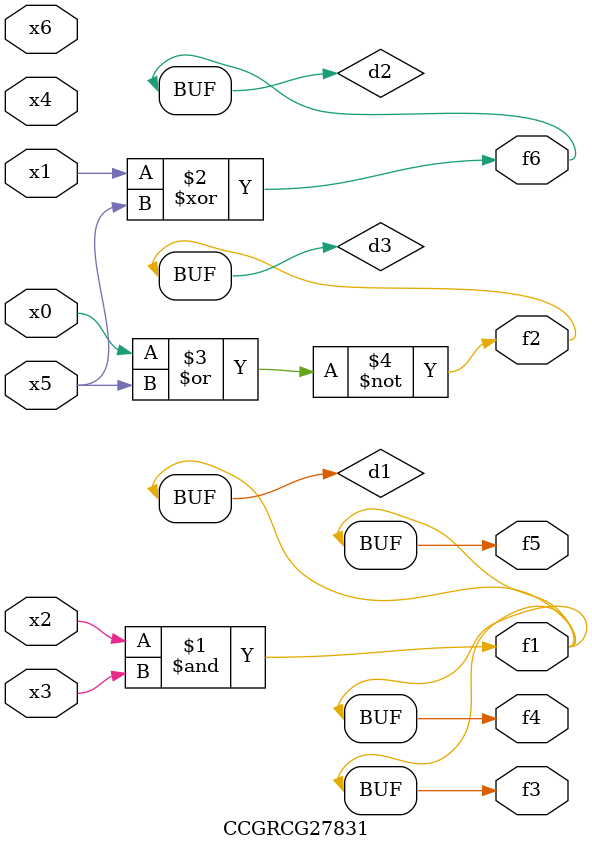
<source format=v>
module CCGRCG27831(
	input x0, x1, x2, x3, x4, x5, x6,
	output f1, f2, f3, f4, f5, f6
);

	wire d1, d2, d3;

	and (d1, x2, x3);
	xor (d2, x1, x5);
	nor (d3, x0, x5);
	assign f1 = d1;
	assign f2 = d3;
	assign f3 = d1;
	assign f4 = d1;
	assign f5 = d1;
	assign f6 = d2;
endmodule

</source>
